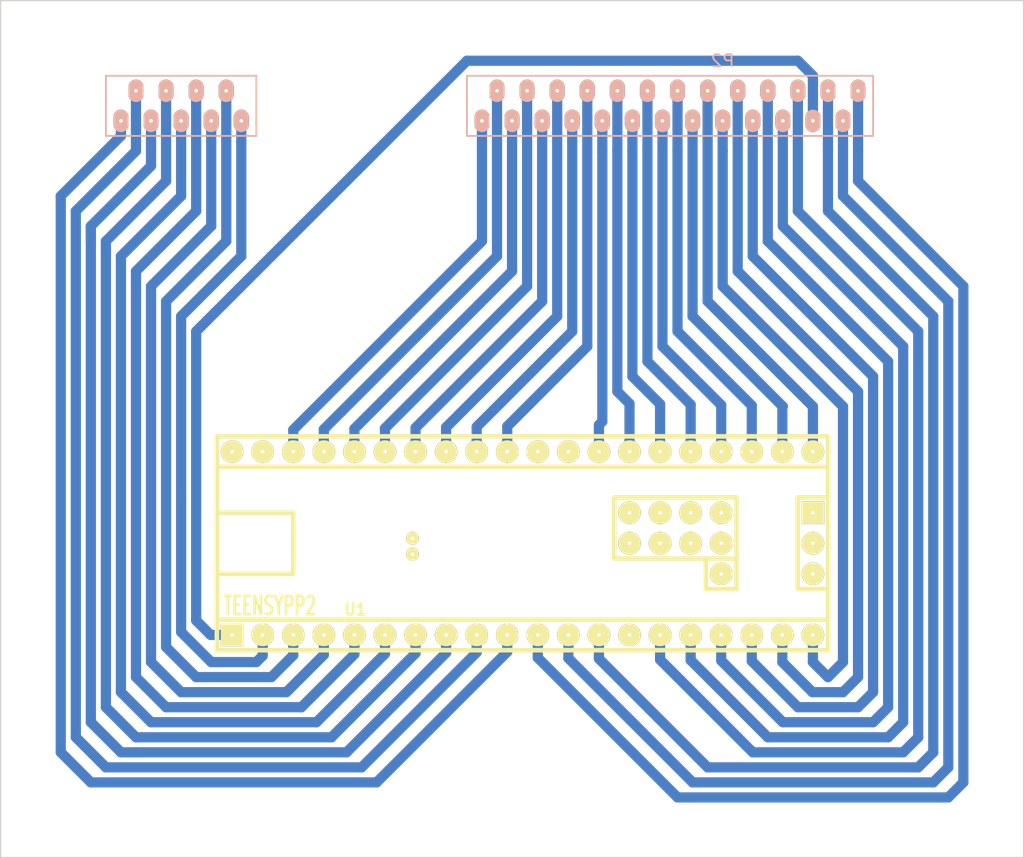
<source format=kicad_pcb>
(kicad_pcb (version 4) (host pcbnew 4.0.2-4+6225~38~ubuntu14.04.1-stable)

  (general
    (links 35)
    (no_connects 0)
    (area 99.949999 62.449999 183.800001 120.050001)
    (thickness 1.6)
    (drawings 4)
    (tracks 199)
    (zones 0)
    (modules 3)
    (nets 55)
  )

  (page A4)
  (layers
    (0 F.Cu signal)
    (31 B.Cu signal)
    (32 B.Adhes user)
    (33 F.Adhes user)
    (34 B.Paste user)
    (35 F.Paste user)
    (36 B.SilkS user)
    (37 F.SilkS user)
    (38 B.Mask user)
    (39 F.Mask user)
    (40 Dwgs.User user)
    (41 Cmts.User user)
    (42 Eco1.User user)
    (43 Eco2.User user)
    (44 Edge.Cuts user)
    (45 Margin user)
    (46 B.CrtYd user)
    (47 F.CrtYd user)
    (48 B.Fab user)
    (49 F.Fab user)
  )

  (setup
    (last_trace_width 0.85)
    (trace_clearance 0.1)
    (zone_clearance 0.508)
    (zone_45_only no)
    (trace_min 0.2)
    (segment_width 0.2)
    (edge_width 0.1)
    (via_size 0.6)
    (via_drill 0.4)
    (via_min_size 0.4)
    (via_min_drill 0.3)
    (uvia_size 0.3)
    (uvia_drill 0.1)
    (uvias_allowed no)
    (uvia_min_size 0.2)
    (uvia_min_drill 0.1)
    (pcb_text_width 0.3)
    (pcb_text_size 1.5 1.5)
    (mod_edge_width 0.15)
    (mod_text_size 1 1)
    (mod_text_width 0.15)
    (pad_size 1.5 1.5)
    (pad_drill 0.6)
    (pad_to_mask_clearance 0)
    (aux_axis_origin 101.25 60)
    (grid_origin 101.25 60)
    (visible_elements FFFFFF7F)
    (pcbplotparams
      (layerselection 0x01030_80000001)
      (usegerberextensions false)
      (excludeedgelayer true)
      (linewidth 0.100000)
      (plotframeref false)
      (viasonmask false)
      (mode 1)
      (useauxorigin true)
      (hpglpennumber 1)
      (hpglpenspeed 20)
      (hpglpendiameter 15)
      (hpglpenoverlay 2)
      (psnegative false)
      (psa4output false)
      (plotreference true)
      (plotvalue true)
      (plotinvisibletext false)
      (padsonsilk false)
      (subtractmaskfromsilk false)
      (outputformat 1)
      (mirror false)
      (drillshape 0)
      (scaleselection 1)
      (outputdirectory drill/))
  )

  (net 0 "")
  (net 1 "Net-(P1-Pad1)")
  (net 2 "Net-(P1-Pad2)")
  (net 3 "Net-(P1-Pad3)")
  (net 4 "Net-(P1-Pad4)")
  (net 5 "Net-(P1-Pad5)")
  (net 6 "Net-(P1-Pad6)")
  (net 7 "Net-(P1-Pad7)")
  (net 8 "Net-(P1-Pad8)")
  (net 9 "Net-(P1-Pad9)")
  (net 10 "Net-(P2-Pad1)")
  (net 11 "Net-(P2-Pad2)")
  (net 12 "Net-(P2-Pad3)")
  (net 13 "Net-(P2-Pad4)")
  (net 14 "Net-(P2-Pad5)")
  (net 15 "Net-(P2-Pad6)")
  (net 16 "Net-(P2-Pad7)")
  (net 17 "Net-(P2-Pad8)")
  (net 18 "Net-(P2-Pad9)")
  (net 19 "Net-(P2-Pad10)")
  (net 20 "Net-(P2-Pad11)")
  (net 21 "Net-(P2-Pad12)")
  (net 22 "Net-(P2-Pad13)")
  (net 23 "Net-(P2-Pad14)")
  (net 24 "Net-(P2-Pad15)")
  (net 25 "Net-(P2-Pad16)")
  (net 26 "Net-(P2-Pad17)")
  (net 27 "Net-(P2-Pad18)")
  (net 28 "Net-(P2-Pad19)")
  (net 29 "Net-(P2-Pad20)")
  (net 30 "Net-(P2-Pad21)")
  (net 31 "Net-(P2-Pad22)")
  (net 32 "Net-(P2-Pad23)")
  (net 33 "Net-(P2-Pad24)")
  (net 34 "Net-(P2-Pad25)")
  (net 35 "Net-(P2-Pad26)")
  (net 36 "Net-(U1-Pad52)")
  (net 37 "Net-(U1-Pad51)")
  (net 38 "Net-(U1-Pad42)")
  (net 39 "Net-(U1-Pad41)")
  (net 40 "Net-(U1-Pad23)")
  (net 41 "Net-(U1-Pad22)")
  (net 42 "Net-(U1-Pad21)")
  (net 43 "Net-(U1-Pad32)")
  (net 44 "Net-(U1-Pad29)")
  (net 45 "Net-(U1-Pad27)")
  (net 46 "Net-(U1-Pad25)")
  (net 47 "Net-(U1-Pad24)")
  (net 48 "Net-(U1-Pad26)")
  (net 49 "Net-(U1-Pad28)")
  (net 50 "Net-(U1-Pad31)")
  (net 51 "Net-(U1-Pad54)")
  (net 52 "Net-(U1-Pad53)")
  (net 53 "Net-(U1-Pad30)")
  (net 54 "Net-(U1-Pad14)")

  (net_class Default "This is the default net class."
    (clearance 0.1)
    (trace_width 0.85)
    (via_dia 0.6)
    (via_drill 0.4)
    (uvia_dia 0.3)
    (uvia_drill 0.1)
    (add_net "Net-(P1-Pad1)")
    (add_net "Net-(P1-Pad2)")
    (add_net "Net-(P1-Pad3)")
    (add_net "Net-(P1-Pad4)")
    (add_net "Net-(P1-Pad5)")
    (add_net "Net-(P1-Pad6)")
    (add_net "Net-(P1-Pad7)")
    (add_net "Net-(P1-Pad8)")
    (add_net "Net-(P1-Pad9)")
    (add_net "Net-(P2-Pad1)")
    (add_net "Net-(P2-Pad10)")
    (add_net "Net-(P2-Pad11)")
    (add_net "Net-(P2-Pad12)")
    (add_net "Net-(P2-Pad13)")
    (add_net "Net-(P2-Pad14)")
    (add_net "Net-(P2-Pad15)")
    (add_net "Net-(P2-Pad16)")
    (add_net "Net-(P2-Pad17)")
    (add_net "Net-(P2-Pad18)")
    (add_net "Net-(P2-Pad19)")
    (add_net "Net-(P2-Pad2)")
    (add_net "Net-(P2-Pad20)")
    (add_net "Net-(P2-Pad21)")
    (add_net "Net-(P2-Pad22)")
    (add_net "Net-(P2-Pad23)")
    (add_net "Net-(P2-Pad24)")
    (add_net "Net-(P2-Pad25)")
    (add_net "Net-(P2-Pad26)")
    (add_net "Net-(P2-Pad3)")
    (add_net "Net-(P2-Pad4)")
    (add_net "Net-(P2-Pad5)")
    (add_net "Net-(P2-Pad6)")
    (add_net "Net-(P2-Pad7)")
    (add_net "Net-(P2-Pad8)")
    (add_net "Net-(P2-Pad9)")
    (add_net "Net-(U1-Pad14)")
    (add_net "Net-(U1-Pad21)")
    (add_net "Net-(U1-Pad22)")
    (add_net "Net-(U1-Pad23)")
    (add_net "Net-(U1-Pad24)")
    (add_net "Net-(U1-Pad25)")
    (add_net "Net-(U1-Pad26)")
    (add_net "Net-(U1-Pad27)")
    (add_net "Net-(U1-Pad28)")
    (add_net "Net-(U1-Pad29)")
    (add_net "Net-(U1-Pad30)")
    (add_net "Net-(U1-Pad31)")
    (add_net "Net-(U1-Pad32)")
    (add_net "Net-(U1-Pad41)")
    (add_net "Net-(U1-Pad42)")
    (add_net "Net-(U1-Pad51)")
    (add_net "Net-(U1-Pad52)")
    (add_net "Net-(U1-Pad53)")
    (add_net "Net-(U1-Pad54)")
  )

  (module myfootprint:ffc_1.25mm_9p_oval (layer B.Cu) (tedit 572A5CA1) (tstamp 57233CFB)
    (at 116.25 71.25)
    (path /572339CC)
    (fp_text reference P1 (at 0 1.25) (layer Eco1.User) hide
      (effects (font (size 1 1) (thickness 0.15)))
    )
    (fp_text value CONN_01X09 (at 0 3.75) (layer B.Fab) hide
      (effects (font (size 1 1) (thickness 0.15)) (justify mirror))
    )
    (fp_line (start -6.25 0) (end -6.25 -5) (layer B.SilkS) (width 0.15))
    (fp_line (start -6.25 -5) (end 6.25 -5) (layer B.SilkS) (width 0.15))
    (fp_line (start 6.25 -5) (end 6.25 0) (layer B.SilkS) (width 0.15))
    (fp_line (start 6.25 0) (end -6.25 0) (layer B.SilkS) (width 0.15))
    (pad 1 thru_hole oval (at -5 -1.25) (size 1.25 1.87) (drill 0.3) (layers *.Cu *.Mask B.SilkS)
      (net 1 "Net-(P1-Pad1)"))
    (pad 2 thru_hole oval (at -3.75 -3.75) (size 1.25 1.87) (drill 0.3) (layers *.Cu *.Mask B.SilkS)
      (net 2 "Net-(P1-Pad2)"))
    (pad 3 thru_hole oval (at -2.5 -1.25) (size 1.25 1.87) (drill 0.3) (layers *.Cu *.Mask B.SilkS)
      (net 3 "Net-(P1-Pad3)"))
    (pad 4 thru_hole oval (at -1.25 -3.75) (size 1.25 1.87) (drill 0.3) (layers *.Cu *.Mask B.SilkS)
      (net 4 "Net-(P1-Pad4)"))
    (pad 5 thru_hole oval (at 0 -1.25) (size 1.25 1.87) (drill 0.3) (layers *.Cu *.Mask B.SilkS)
      (net 5 "Net-(P1-Pad5)"))
    (pad 6 thru_hole oval (at 1.25 -3.75) (size 1.25 1.87) (drill 0.3) (layers *.Cu *.Mask B.SilkS)
      (net 6 "Net-(P1-Pad6)"))
    (pad 7 thru_hole oval (at 2.5 -1.25) (size 1.25 1.87) (drill 0.3) (layers *.Cu *.Mask B.SilkS)
      (net 7 "Net-(P1-Pad7)"))
    (pad 8 thru_hole oval (at 3.75 -3.75) (size 1.25 1.87) (drill 0.3) (layers *.Cu *.Mask B.SilkS)
      (net 8 "Net-(P1-Pad8)"))
    (pad 9 thru_hole oval (at 5 -1.25) (size 1.25 1.87) (drill 0.3) (layers *.Cu *.Mask B.SilkS)
      (net 9 "Net-(P1-Pad9)"))
  )

  (module myfootprint:ffc_1.25m_26p_oval (layer B.Cu) (tedit 572A5D43) (tstamp 5726466A)
    (at 156.25 72.5)
    (path /5714CDB3)
    (fp_text reference P2 (at 5 -7.5) (layer B.SilkS)
      (effects (font (size 1 1) (thickness 0.15)) (justify mirror))
    )
    (fp_text value CONN_01X26 (at -2.5 -7.5) (layer B.Fab)
      (effects (font (size 1 1) (thickness 0.15)) (justify mirror))
    )
    (fp_line (start -16.25 -1.25) (end -16.25 -6.25) (layer B.SilkS) (width 0.15))
    (fp_line (start -16.25 -6.25) (end 17.5 -6.25) (layer B.SilkS) (width 0.15))
    (fp_line (start 17.5 -6.25) (end 17.5 -1.25) (layer B.SilkS) (width 0.15))
    (fp_line (start 17.5 -1.25) (end -16.25 -1.25) (layer B.SilkS) (width 0.15))
    (pad 1 thru_hole oval (at -15 -2.5) (size 1.25 1.87) (drill 0.3) (layers *.Cu *.Mask B.SilkS)
      (net 10 "Net-(P2-Pad1)"))
    (pad 2 thru_hole oval (at -13.75 -5) (size 1.25 1.87) (drill 0.3) (layers *.Cu *.Mask B.SilkS)
      (net 11 "Net-(P2-Pad2)"))
    (pad 3 thru_hole oval (at -12.5 -2.5) (size 1.25 1.87) (drill 0.3) (layers *.Cu *.Mask B.SilkS)
      (net 12 "Net-(P2-Pad3)"))
    (pad 4 thru_hole oval (at -11.25 -5) (size 1.25 1.87) (drill 0.3) (layers *.Cu *.Mask B.SilkS)
      (net 13 "Net-(P2-Pad4)"))
    (pad 5 thru_hole oval (at -10 -2.5) (size 1.25 1.87) (drill 0.3) (layers *.Cu *.Mask B.SilkS)
      (net 14 "Net-(P2-Pad5)"))
    (pad 6 thru_hole oval (at -8.75 -5) (size 1.25 1.87) (drill 0.3) (layers *.Cu *.Mask B.SilkS)
      (net 15 "Net-(P2-Pad6)"))
    (pad 7 thru_hole oval (at -7.5 -2.5) (size 1.25 1.87) (drill 0.3) (layers *.Cu *.Mask B.SilkS)
      (net 16 "Net-(P2-Pad7)"))
    (pad 8 thru_hole oval (at -6.25 -5) (size 1.25 1.87) (drill 0.3) (layers *.Cu *.Mask B.SilkS)
      (net 17 "Net-(P2-Pad8)"))
    (pad 9 thru_hole oval (at -5 -2.5) (size 1.25 1.87) (drill 0.3) (layers *.Cu *.Mask B.SilkS)
      (net 18 "Net-(P2-Pad9)"))
    (pad 10 thru_hole oval (at -3.75 -5) (size 1.25 1.87) (drill 0.3) (layers *.Cu *.Mask B.SilkS)
      (net 19 "Net-(P2-Pad10)"))
    (pad 11 thru_hole oval (at -2.5 -2.5) (size 1.25 1.87) (drill 0.3) (layers *.Cu *.Mask B.SilkS)
      (net 20 "Net-(P2-Pad11)"))
    (pad 12 thru_hole oval (at -1.25 -5) (size 1.25 1.87) (drill 0.3) (layers *.Cu *.Mask B.SilkS)
      (net 21 "Net-(P2-Pad12)"))
    (pad 13 thru_hole oval (at 0 -2.5) (size 1.25 1.87) (drill 0.3) (layers *.Cu *.Mask B.SilkS)
      (net 22 "Net-(P2-Pad13)"))
    (pad 14 thru_hole oval (at 1.25 -5) (size 1.25 1.87) (drill 0.3) (layers *.Cu *.Mask B.SilkS)
      (net 23 "Net-(P2-Pad14)"))
    (pad 15 thru_hole oval (at 2.5 -2.5) (size 1.25 1.87) (drill 0.3) (layers *.Cu *.Mask B.SilkS)
      (net 24 "Net-(P2-Pad15)"))
    (pad 16 thru_hole oval (at 3.75 -5) (size 1.25 1.87) (drill 0.3) (layers *.Cu *.Mask B.SilkS)
      (net 25 "Net-(P2-Pad16)"))
    (pad 17 thru_hole oval (at 5 -2.5) (size 1.25 1.87) (drill 0.3) (layers *.Cu *.Mask B.SilkS)
      (net 26 "Net-(P2-Pad17)"))
    (pad 18 thru_hole oval (at 6.25 -5 180) (size 1.25 1.87) (drill 0.3) (layers *.Cu *.Mask B.SilkS)
      (net 27 "Net-(P2-Pad18)"))
    (pad 19 thru_hole oval (at 7.5 -2.5) (size 1.25 1.87) (drill 0.3) (layers *.Cu *.Mask B.SilkS)
      (net 28 "Net-(P2-Pad19)"))
    (pad 20 thru_hole oval (at 8.75 -5) (size 1.25 1.87) (drill 0.3) (layers *.Cu *.Mask B.SilkS)
      (net 29 "Net-(P2-Pad20)"))
    (pad 21 thru_hole oval (at 10 -2.5) (size 1.25 1.87) (drill 0.3) (layers *.Cu *.Mask B.SilkS)
      (net 30 "Net-(P2-Pad21)"))
    (pad 22 thru_hole oval (at 11.25 -5) (size 1.25 1.87) (drill 0.3) (layers *.Cu *.Mask B.SilkS)
      (net 31 "Net-(P2-Pad22)"))
    (pad 23 thru_hole oval (at 12.5 -2.5) (size 1.25 1.87) (drill 0.3) (layers *.Cu *.Mask B.SilkS)
      (net 32 "Net-(P2-Pad23)"))
    (pad 24 thru_hole oval (at 13.75 -5) (size 1.25 1.87) (drill 0.3) (layers *.Cu *.Mask B.SilkS)
      (net 33 "Net-(P2-Pad24)"))
    (pad 25 thru_hole oval (at 15 -2.5) (size 1.25 1.87) (drill 0.3) (layers *.Cu *.Mask B.SilkS)
      (net 34 "Net-(P2-Pad25)"))
    (pad 26 thru_hole oval (at 16.25 -5) (size 1.25 1.87) (drill 0.3) (layers *.Cu *.Mask B.SilkS)
      (net 35 "Net-(P2-Pad26)"))
  )

  (module myfootprint:TEENSYPP2_mod (layer F.Cu) (tedit 572A5EF9) (tstamp 57233D66)
    (at 144.62 105.12)
    (path /5714CC46)
    (fp_text reference U1 (at -13.89888 5.4991) (layer F.SilkS)
      (effects (font (size 0.9144 0.9144) (thickness 0.2286)))
    )
    (fp_text value TEENSYPP2 (at -21.00072 5.19938) (layer F.SilkS)
      (effects (font (size 1.524 0.9144) (thickness 0.2286)))
    )
    (fp_line (start 15.24 1.27) (end 17.78 1.27) (layer F.SilkS) (width 0.381))
    (fp_line (start 17.78 -3.81) (end 17.78 3.81) (layer F.SilkS) (width 0.381))
    (fp_line (start 17.78 3.81) (end 15.24 3.81) (layer F.SilkS) (width 0.381))
    (fp_line (start 15.24 3.81) (end 15.24 1.27) (layer F.SilkS) (width 0.381))
    (fp_line (start 15.24 1.27) (end 7.62 1.27) (layer F.SilkS) (width 0.381))
    (fp_line (start 7.62 1.27) (end 7.62 -3.81) (layer F.SilkS) (width 0.381))
    (fp_line (start 7.62 -3.81) (end 17.78 -3.81) (layer F.SilkS) (width 0.381))
    (fp_line (start 25.4 -3.81) (end 22.86 -3.81) (layer F.SilkS) (width 0.381))
    (fp_line (start 22.86 -3.81) (end 22.86 3.81) (layer F.SilkS) (width 0.381))
    (fp_line (start 22.86 3.81) (end 25.4 3.81) (layer F.SilkS) (width 0.381))
    (fp_line (start -25.4 -2.54) (end -19.05 -2.54) (layer F.SilkS) (width 0.381))
    (fp_line (start -19.05 -2.54) (end -19.05 2.54) (layer F.SilkS) (width 0.381))
    (fp_line (start -19.05 2.54) (end -25.4 2.54) (layer F.SilkS) (width 0.381))
    (fp_line (start 25.4 6.35) (end -25.4 6.35) (layer F.SilkS) (width 0.381))
    (fp_line (start -25.4 -6.35) (end 25.4 -6.35) (layer F.SilkS) (width 0.381))
    (fp_line (start -25.4 -8.89) (end 25.4 -8.89) (layer F.SilkS) (width 0.381))
    (fp_line (start 25.4 -8.89) (end 25.4 8.89) (layer F.SilkS) (width 0.381))
    (fp_line (start 25.4 8.89) (end -25.4 8.89) (layer F.SilkS) (width 0.381))
    (fp_line (start -25.4 8.89) (end -25.4 -8.89) (layer F.SilkS) (width 0.381))
    (pad 52 thru_hole circle (at -24.13 -7.62) (size 1.8796 1.8796) (drill 0.3) (layers *.Cu *.Mask F.SilkS)
      (net 36 "Net-(U1-Pad52)"))
    (pad 51 thru_hole circle (at -21.59 -7.62) (size 1.8796 1.8796) (drill 0.3) (layers *.Cu *.Mask F.SilkS)
      (net 37 "Net-(U1-Pad51)"))
    (pad 50 thru_hole circle (at -19.05 -7.62) (size 1.8796 1.8796) (drill 0.3) (layers *.Cu *.Mask F.SilkS)
      (net 10 "Net-(P2-Pad1)"))
    (pad 49 thru_hole circle (at -16.51 -7.62) (size 1.8796 1.8796) (drill 0.3) (layers *.Cu *.Mask F.SilkS)
      (net 11 "Net-(P2-Pad2)"))
    (pad 48 thru_hole circle (at -13.97 -7.62) (size 1.8796 1.8796) (drill 0.3) (layers *.Cu *.Mask F.SilkS)
      (net 12 "Net-(P2-Pad3)"))
    (pad 47 thru_hole circle (at -11.43 -7.62) (size 1.8796 1.8796) (drill 0.3) (layers *.Cu *.Mask F.SilkS)
      (net 13 "Net-(P2-Pad4)"))
    (pad 46 thru_hole circle (at -8.89 -7.62) (size 1.8796 1.8796) (drill 0.3) (layers *.Cu *.Mask F.SilkS)
      (net 14 "Net-(P2-Pad5)"))
    (pad 45 thru_hole circle (at -6.35 -7.62) (size 1.8796 1.8796) (drill 0.3) (layers *.Cu *.Mask F.SilkS)
      (net 15 "Net-(P2-Pad6)"))
    (pad 44 thru_hole circle (at -3.81 -7.62) (size 1.8796 1.8796) (drill 0.3) (layers *.Cu *.Mask F.SilkS)
      (net 16 "Net-(P2-Pad7)"))
    (pad 43 thru_hole circle (at -1.27 -7.62) (size 1.8796 1.8796) (drill 0.3) (layers *.Cu *.Mask F.SilkS)
      (net 17 "Net-(P2-Pad8)"))
    (pad 42 thru_hole circle (at 1.27 -7.62) (size 1.8796 1.8796) (drill 0.3) (layers *.Cu *.Mask F.SilkS)
      (net 38 "Net-(U1-Pad42)"))
    (pad 41 thru_hole circle (at 3.81 -7.62) (size 1.8796 1.8796) (drill 0.3) (layers *.Cu *.Mask F.SilkS)
      (net 39 "Net-(U1-Pad41)"))
    (pad 40 thru_hole circle (at 6.35 -7.62) (size 1.8796 1.8796) (drill 0.3) (layers *.Cu *.Mask F.SilkS)
      (net 18 "Net-(P2-Pad9)"))
    (pad 39 thru_hole circle (at 8.89 -7.62) (size 1.8796 1.8796) (drill 0.3) (layers *.Cu *.Mask F.SilkS)
      (net 19 "Net-(P2-Pad10)"))
    (pad 38 thru_hole circle (at 11.43 -7.62) (size 1.8796 1.8796) (drill 0.3) (layers *.Cu *.Mask F.SilkS)
      (net 20 "Net-(P2-Pad11)"))
    (pad 37 thru_hole circle (at 13.97 -7.62) (size 1.8796 1.8796) (drill 0.3) (layers *.Cu *.Mask F.SilkS)
      (net 21 "Net-(P2-Pad12)"))
    (pad 36 thru_hole circle (at 16.51 -7.62) (size 1.8796 1.8796) (drill 0.3) (layers *.Cu *.Mask F.SilkS)
      (net 22 "Net-(P2-Pad13)"))
    (pad 35 thru_hole circle (at 19.05 -7.62) (size 1.8796 1.8796) (drill 0.3) (layers *.Cu *.Mask F.SilkS)
      (net 23 "Net-(P2-Pad14)"))
    (pad 34 thru_hole circle (at 21.59 -7.62) (size 1.8796 1.8796) (drill 0.3) (layers *.Cu *.Mask F.SilkS)
      (net 24 "Net-(P2-Pad15)"))
    (pad 33 thru_hole circle (at 24.13 -7.62) (size 1.8796 1.8796) (drill 0.3) (layers *.Cu *.Mask F.SilkS)
      (net 25 "Net-(P2-Pad16)"))
    (pad 20 thru_hole circle (at 24.13 7.62) (size 1.8796 1.8796) (drill 0.3) (layers *.Cu *.Mask F.SilkS)
      (net 26 "Net-(P2-Pad17)"))
    (pad 19 thru_hole circle (at 21.59 7.62) (size 1.8796 1.8796) (drill 0.3) (layers *.Cu *.Mask F.SilkS)
      (net 27 "Net-(P2-Pad18)"))
    (pad 18 thru_hole circle (at 19.05 7.62) (size 1.8796 1.8796) (drill 0.3) (layers *.Cu *.Mask F.SilkS)
      (net 28 "Net-(P2-Pad19)"))
    (pad 17 thru_hole circle (at 16.51 7.62) (size 1.8796 1.8796) (drill 0.3) (layers *.Cu *.Mask F.SilkS)
      (net 29 "Net-(P2-Pad20)"))
    (pad 16 thru_hole circle (at 13.97 7.62) (size 1.8796 1.8796) (drill 0.3) (layers *.Cu *.Mask F.SilkS)
      (net 30 "Net-(P2-Pad21)"))
    (pad 15 thru_hole circle (at 11.43 7.62) (size 1.8796 1.8796) (drill 0.3) (layers *.Cu *.Mask F.SilkS)
      (net 31 "Net-(P2-Pad22)"))
    (pad 14 thru_hole circle (at 8.89 7.62) (size 1.8796 1.8796) (drill 0.3) (layers *.Cu *.Mask F.SilkS)
      (net 54 "Net-(U1-Pad14)"))
    (pad 13 thru_hole circle (at 6.35 7.62) (size 1.8796 1.8796) (drill 0.3) (layers *.Cu *.Mask F.SilkS)
      (net 33 "Net-(P2-Pad24)"))
    (pad 12 thru_hole circle (at 3.81 7.62) (size 1.8796 1.8796) (drill 0.3) (layers *.Cu *.Mask F.SilkS)
      (net 34 "Net-(P2-Pad25)"))
    (pad 11 thru_hole circle (at 1.27 7.62) (size 1.8796 1.8796) (drill 0.3) (layers *.Cu *.Mask F.SilkS)
      (net 35 "Net-(P2-Pad26)"))
    (pad 10 thru_hole circle (at -1.27 7.62) (size 1.8796 1.8796) (drill 0.3) (layers *.Cu *.Mask F.SilkS)
      (net 1 "Net-(P1-Pad1)"))
    (pad 9 thru_hole circle (at -3.81 7.62) (size 1.8796 1.8796) (drill 0.3) (layers *.Cu *.Mask F.SilkS)
      (net 2 "Net-(P1-Pad2)"))
    (pad 8 thru_hole circle (at -6.35 7.62) (size 1.8796 1.8796) (drill 0.3) (layers *.Cu *.Mask F.SilkS)
      (net 3 "Net-(P1-Pad3)"))
    (pad 7 thru_hole circle (at -8.89 7.62) (size 1.8796 1.8796) (drill 0.3) (layers *.Cu *.Mask F.SilkS)
      (net 4 "Net-(P1-Pad4)"))
    (pad 6 thru_hole circle (at -11.43 7.62) (size 1.8796 1.8796) (drill 0.3) (layers *.Cu *.Mask F.SilkS)
      (net 5 "Net-(P1-Pad5)"))
    (pad 5 thru_hole circle (at -13.97 7.62) (size 1.8796 1.8796) (drill 0.3) (layers *.Cu *.Mask F.SilkS)
      (net 6 "Net-(P1-Pad6)"))
    (pad 4 thru_hole circle (at -16.51 7.62) (size 1.8796 1.8796) (drill 0.3) (layers *.Cu *.Mask F.SilkS)
      (net 7 "Net-(P1-Pad7)"))
    (pad 3 thru_hole circle (at -19.05 7.62) (size 1.8796 1.8796) (drill 0.3) (layers *.Cu *.Mask F.SilkS)
      (net 8 "Net-(P1-Pad8)"))
    (pad 2 thru_hole circle (at -21.59 7.62) (size 1.8796 1.8796) (drill 0.3) (layers *.Cu *.Mask F.SilkS)
      (net 9 "Net-(P1-Pad9)"))
    (pad 1 thru_hole rect (at -24.13 7.62) (size 1.8796 1.8796) (drill 0.3) (layers *.Cu *.Mask F.SilkS)
      (net 32 "Net-(P2-Pad23)"))
    (pad 23 thru_hole rect (at 24.13 -2.54) (size 1.8796 1.8796) (drill 0.3) (layers *.Cu *.Mask F.SilkS)
      (net 40 "Net-(U1-Pad23)"))
    (pad 22 thru_hole circle (at 24.13 0) (size 1.8796 1.8796) (drill 0.3) (layers *.Cu *.Mask F.SilkS)
      (net 41 "Net-(U1-Pad22)"))
    (pad 21 thru_hole circle (at 24.13 2.54) (size 1.8796 1.8796) (drill 0.3) (layers *.Cu *.Mask F.SilkS)
      (net 42 "Net-(U1-Pad21)"))
    (pad 32 thru_hole circle (at 16.51 -2.54) (size 1.8796 1.8796) (drill 0.3) (layers *.Cu *.Mask F.SilkS)
      (net 43 "Net-(U1-Pad32)"))
    (pad 29 thru_hole circle (at 13.97 -2.54) (size 1.8796 1.8796) (drill 0.3) (layers *.Cu *.Mask F.SilkS)
      (net 44 "Net-(U1-Pad29)"))
    (pad 27 thru_hole circle (at 11.43 -2.54) (size 1.8796 1.8796) (drill 0.3) (layers *.Cu *.Mask F.SilkS)
      (net 45 "Net-(U1-Pad27)"))
    (pad 25 thru_hole circle (at 8.89 -2.54) (size 1.8796 1.8796) (drill 0.3) (layers *.Cu *.Mask F.SilkS)
      (net 46 "Net-(U1-Pad25)"))
    (pad 24 thru_hole circle (at 8.89 0) (size 1.8796 1.8796) (drill 0.3) (layers *.Cu *.Mask F.SilkS)
      (net 47 "Net-(U1-Pad24)"))
    (pad 26 thru_hole circle (at 11.43 0) (size 1.8796 1.8796) (drill 0.3) (layers *.Cu *.Mask F.SilkS)
      (net 48 "Net-(U1-Pad26)"))
    (pad 28 thru_hole circle (at 13.97 0) (size 1.8796 1.8796) (drill 0.3) (layers *.Cu *.Mask F.SilkS)
      (net 49 "Net-(U1-Pad28)"))
    (pad 31 thru_hole circle (at 16.51 0) (size 1.8796 1.8796) (drill 0.3) (layers *.Cu *.Mask F.SilkS)
      (net 50 "Net-(U1-Pad31)"))
    (pad 54 thru_hole circle (at -9.144 0.9144) (size 1.0668 1.0668) (drill 0.3) (layers *.Cu *.Mask F.SilkS)
      (net 51 "Net-(U1-Pad54)"))
    (pad 53 thru_hole circle (at -9.144 -0.4064) (size 1.0668 1.0668) (drill 0.3) (layers *.Cu *.Mask F.SilkS)
      (net 52 "Net-(U1-Pad53)"))
    (pad 30 thru_hole circle (at 16.51 2.54) (size 1.8796 1.8796) (drill 0.3) (layers *.Cu *.Mask F.SilkS)
      (net 53 "Net-(U1-Pad30)"))
  )

  (gr_line (start 186.25 131.25) (end 101.25 131.25) (layer Edge.Cuts) (width 0.1) (tstamp 57265DFE))
  (gr_line (start 186.25 60) (end 101.25 60) (layer Edge.Cuts) (width 0.1))
  (gr_line (start 186.25 131.25) (end 186.25 60) (layer Edge.Cuts) (width 0.1))
  (gr_line (start 101.25 60) (end 101.25 131.25) (layer Edge.Cuts) (width 0.1))

  (segment (start 143.35 112.74) (end 143.35 114.15) (width 0.85) (layer B.Cu) (net 1))
  (segment (start 106.25 122.5) (end 106.25 76.25) (width 0.85) (layer B.Cu) (net 1))
  (segment (start 143.35 114.15) (end 132.5 125) (width 0.85) (layer B.Cu) (net 1))
  (segment (start 132.5 125) (end 108.75 125) (width 0.85) (layer B.Cu) (net 1))
  (segment (start 108.75 125) (end 106.25 122.5) (width 0.85) (layer B.Cu) (net 1))
  (segment (start 106.25 76.25) (end 111.25 71.25) (width 0.85) (layer B.Cu) (net 1))
  (segment (start 111.25 71.25) (end 111.25 70) (width 0.85) (layer B.Cu) (net 1))
  (segment (start 112.5 67.5) (end 112.5 72.5) (width 0.85) (layer B.Cu) (net 2))
  (segment (start 112.5 72.5) (end 107.5 77.5) (width 0.85) (layer B.Cu) (net 2))
  (segment (start 107.5 77.5) (end 107.5 121.25) (width 0.85) (layer B.Cu) (net 2))
  (segment (start 107.5 121.25) (end 110 123.75) (width 0.85) (layer B.Cu) (net 2))
  (segment (start 110 123.75) (end 131.25 123.75) (width 0.85) (layer B.Cu) (net 2))
  (segment (start 131.25 123.75) (end 140.81 114.19) (width 0.85) (layer B.Cu) (net 2))
  (segment (start 140.81 114.19) (end 140.81 112.74) (width 0.85) (layer B.Cu) (net 2))
  (segment (start 108.75 78.75) (end 108.75 80.093516) (width 0.85) (layer B.Cu) (net 3))
  (segment (start 108.75 120) (end 108.75 78.75) (width 0.85) (layer B.Cu) (net 3))
  (segment (start 111.25 122.5) (end 108.75 120) (width 0.85) (layer B.Cu) (net 3))
  (segment (start 112.5 122.5) (end 111.25 122.5) (width 0.85) (layer B.Cu) (net 3))
  (segment (start 130 122.5) (end 112.5 122.5) (width 0.85) (layer B.Cu) (net 3))
  (segment (start 137.5 115) (end 130 122.5) (width 0.85) (layer B.Cu) (net 3))
  (segment (start 113.75 73.75) (end 108.75 78.75) (width 0.85) (layer B.Cu) (net 3))
  (segment (start 113.75 71.785) (end 113.75 73.75) (width 0.85) (layer B.Cu) (net 3))
  (segment (start 113.75 70) (end 113.75 71.785) (width 0.85) (layer B.Cu) (net 3))
  (segment (start 138.27 114.23) (end 137.5 115) (width 0.85) (layer B.Cu) (net 3))
  (segment (start 138.27 112.74) (end 138.27 114.23) (width 0.85) (layer B.Cu) (net 3))
  (segment (start 115 67.5) (end 115 75) (width 0.85) (layer B.Cu) (net 4))
  (segment (start 115 75) (end 110 80) (width 0.85) (layer B.Cu) (net 4))
  (segment (start 128.75 121.25) (end 135.73 114.27) (width 0.85) (layer B.Cu) (net 4))
  (segment (start 110 80) (end 110 118.75) (width 0.85) (layer B.Cu) (net 4))
  (segment (start 110 118.75) (end 112.5 121.25) (width 0.85) (layer B.Cu) (net 4))
  (segment (start 112.5 121.25) (end 128.75 121.25) (width 0.85) (layer B.Cu) (net 4))
  (segment (start 135.73 114.27) (end 135.73 112.74) (width 0.85) (layer B.Cu) (net 4))
  (segment (start 111.25 117.5) (end 111.25 81.25) (width 0.85) (layer B.Cu) (net 5))
  (segment (start 113.75 120) (end 111.25 117.5) (width 0.85) (layer B.Cu) (net 5))
  (segment (start 127.5 120) (end 113.75 120) (width 0.85) (layer B.Cu) (net 5))
  (segment (start 132.5 115) (end 127.5 120) (width 0.85) (layer B.Cu) (net 5))
  (segment (start 116.25 76.25) (end 111.25 81.25) (width 0.85) (layer B.Cu) (net 5))
  (segment (start 116.25 70) (end 116.25 76.25) (width 0.85) (layer B.Cu) (net 5))
  (segment (start 133.19 114.31) (end 132.5 115) (width 0.85) (layer B.Cu) (net 5))
  (segment (start 133.19 112.74) (end 133.19 114.31) (width 0.85) (layer B.Cu) (net 5))
  (segment (start 117.5 67.5) (end 117.5 77.5) (width 0.85) (layer B.Cu) (net 6))
  (segment (start 117.5 77.5) (end 112.5 82.5) (width 0.85) (layer B.Cu) (net 6))
  (segment (start 112.5 82.5) (end 112.5 116.25) (width 0.85) (layer B.Cu) (net 6))
  (segment (start 112.5 116.25) (end 115 118.75) (width 0.85) (layer B.Cu) (net 6))
  (segment (start 115 118.75) (end 126.25 118.75) (width 0.85) (layer B.Cu) (net 6))
  (segment (start 130.65 114.35) (end 130.65 112.74) (width 0.85) (layer B.Cu) (net 6))
  (segment (start 126.25 118.75) (end 130.65 114.35) (width 0.85) (layer B.Cu) (net 6))
  (segment (start 128.11 112.74) (end 128.11 114.39) (width 0.85) (layer B.Cu) (net 7))
  (segment (start 128.11 114.39) (end 125 117.5) (width 0.85) (layer B.Cu) (net 7))
  (segment (start 125 117.5) (end 116.25 117.5) (width 0.85) (layer B.Cu) (net 7))
  (segment (start 116.25 117.5) (end 113.75 115) (width 0.85) (layer B.Cu) (net 7))
  (segment (start 113.75 115) (end 113.75 83.75) (width 0.85) (layer B.Cu) (net 7))
  (segment (start 113.75 83.75) (end 118.75 78.75) (width 0.85) (layer B.Cu) (net 7))
  (segment (start 118.75 78.75) (end 118.75 71.785) (width 0.85) (layer B.Cu) (net 7))
  (segment (start 118.75 71.785) (end 118.75 70) (width 0.85) (layer B.Cu) (net 7))
  (segment (start 120 67.5) (end 120 80) (width 0.85) (layer B.Cu) (net 8))
  (segment (start 120 80) (end 115 85) (width 0.85) (layer B.Cu) (net 8))
  (segment (start 125.57 114.43) (end 125.57 112.74) (width 0.85) (layer B.Cu) (net 8))
  (segment (start 115 85) (end 115 113.75) (width 0.85) (layer B.Cu) (net 8))
  (segment (start 115 113.75) (end 117.5 116.25) (width 0.85) (layer B.Cu) (net 8))
  (segment (start 117.5 116.25) (end 123.75 116.25) (width 0.85) (layer B.Cu) (net 8))
  (segment (start 123.75 116.25) (end 125.57 114.43) (width 0.85) (layer B.Cu) (net 8))
  (segment (start 116.25 101.25) (end 116.25 86.25) (width 0.85) (layer B.Cu) (net 9))
  (segment (start 116.25 112.5) (end 116.25 101.25) (width 0.85) (layer B.Cu) (net 9))
  (segment (start 118.75 115) (end 116.25 112.5) (width 0.85) (layer B.Cu) (net 9))
  (segment (start 122.5 115) (end 118.75 115) (width 0.85) (layer B.Cu) (net 9))
  (segment (start 121.25 81.25) (end 116.25 86.25) (width 0.85) (layer B.Cu) (net 9))
  (segment (start 121.25 71.785) (end 121.25 81.25) (width 0.85) (layer B.Cu) (net 9))
  (segment (start 121.25 70) (end 121.25 71.785) (width 0.85) (layer B.Cu) (net 9))
  (segment (start 123.03 114.47) (end 122.5 115) (width 0.85) (layer B.Cu) (net 9))
  (segment (start 123.03 112.74) (end 123.03 114.47) (width 0.85) (layer B.Cu) (net 9))
  (segment (start 141.25 70) (end 141.25 80) (width 0.85) (layer B.Cu) (net 10))
  (segment (start 141.25 80) (end 125.57 95.68) (width 0.85) (layer B.Cu) (net 10))
  (segment (start 125.57 95.68) (end 125.57 97.5) (width 0.85) (layer B.Cu) (net 10))
  (segment (start 142.5 67.5) (end 142.5 81.25) (width 0.85) (layer B.Cu) (net 11))
  (segment (start 142.5 81.25) (end 128.11 95.64) (width 0.85) (layer B.Cu) (net 11))
  (segment (start 128.11 95.64) (end 128.11 97.5) (width 0.85) (layer B.Cu) (net 11))
  (segment (start 143.75 70) (end 143.75 82.5) (width 0.85) (layer B.Cu) (net 12))
  (segment (start 143.75 82.5) (end 130.65 95.6) (width 0.85) (layer B.Cu) (net 12))
  (segment (start 130.65 95.6) (end 130.65 97.5) (width 0.85) (layer B.Cu) (net 12))
  (segment (start 145 67.5) (end 145 83.75) (width 0.85) (layer B.Cu) (net 13))
  (segment (start 145 83.75) (end 133.19 95.56) (width 0.85) (layer B.Cu) (net 13))
  (segment (start 133.19 95.56) (end 133.19 97.5) (width 0.85) (layer B.Cu) (net 13))
  (segment (start 146.25 70) (end 146.25 85) (width 0.85) (layer B.Cu) (net 14))
  (segment (start 146.25 85) (end 135.73 95.52) (width 0.85) (layer B.Cu) (net 14))
  (segment (start 135.73 95.52) (end 135.73 97.5) (width 0.85) (layer B.Cu) (net 14))
  (segment (start 147.5 67.5) (end 147.5 86.25) (width 0.85) (layer B.Cu) (net 15))
  (segment (start 138.27 95.48) (end 138.27 97.5) (width 0.85) (layer B.Cu) (net 15))
  (segment (start 147.5 86.25) (end 138.27 95.48) (width 0.85) (layer B.Cu) (net 15))
  (segment (start 148.75 70) (end 148.75 87.5) (width 0.85) (layer B.Cu) (net 16))
  (segment (start 148.75 87.5) (end 140.81 95.44) (width 0.85) (layer B.Cu) (net 16))
  (segment (start 140.81 95.44) (end 140.81 97.5) (width 0.85) (layer B.Cu) (net 16))
  (segment (start 150 67.5) (end 150 88.75) (width 0.85) (layer B.Cu) (net 17))
  (segment (start 150 88.75) (end 143.35 95.4) (width 0.85) (layer B.Cu) (net 17))
  (segment (start 143.35 95.4) (end 143.35 97.5) (width 0.85) (layer B.Cu) (net 17))
  (segment (start 150.97 97.5) (end 150.97 95.28) (width 0.85) (layer B.Cu) (net 18))
  (segment (start 150.97 95.28) (end 151.25 95) (width 0.85) (layer B.Cu) (net 18))
  (segment (start 151.25 95) (end 151.25 72.593517) (width 0.85) (layer B.Cu) (net 18))
  (segment (start 151.25 72.593517) (end 151.25 70) (width 0.85) (layer B.Cu) (net 18))
  (segment (start 153.51 97.5) (end 153.51 93.51) (width 0.85) (layer B.Cu) (net 19))
  (segment (start 152.5 92.5) (end 152.5 72.5) (width 0.85) (layer B.Cu) (net 19))
  (segment (start 153.51 93.51) (end 152.5 92.5) (width 0.85) (layer B.Cu) (net 19))
  (segment (start 152.5 72.5) (end 152.5 67.5) (width 0.85) (layer B.Cu) (net 19))
  (segment (start 156.05 97.5) (end 156.05 93.55) (width 0.85) (layer B.Cu) (net 20))
  (segment (start 156.05 93.55) (end 153.75 91.25) (width 0.85) (layer B.Cu) (net 20))
  (segment (start 153.75 91.25) (end 153.75 72.5) (width 0.85) (layer B.Cu) (net 20))
  (segment (start 153.75 72.5) (end 153.75 70) (width 0.85) (layer B.Cu) (net 20))
  (segment (start 158.59 97.5) (end 158.59 93.59) (width 0.85) (layer B.Cu) (net 21))
  (segment (start 158.59 93.59) (end 155 90) (width 0.85) (layer B.Cu) (net 21))
  (segment (start 155 90) (end 155 72.5) (width 0.85) (layer B.Cu) (net 21))
  (segment (start 155 72.5) (end 155 67.5) (width 0.85) (layer B.Cu) (net 21))
  (segment (start 161.13 97.5) (end 161.13 93.63) (width 0.85) (layer B.Cu) (net 22))
  (segment (start 161.13 93.63) (end 156.25 88.75) (width 0.85) (layer B.Cu) (net 22))
  (segment (start 156.25 88.75) (end 156.25 72.5) (width 0.85) (layer B.Cu) (net 22))
  (segment (start 156.25 72.5) (end 156.25 70) (width 0.85) (layer B.Cu) (net 22))
  (segment (start 163.67 97.5) (end 163.67 93.67) (width 0.85) (layer B.Cu) (net 23))
  (segment (start 163.67 93.67) (end 157.5 87.5) (width 0.85) (layer B.Cu) (net 23))
  (segment (start 157.5 87.5) (end 157.5 72.5) (width 0.85) (layer B.Cu) (net 23))
  (segment (start 157.5 72.5) (end 157.5 67.5) (width 0.85) (layer B.Cu) (net 23))
  (segment (start 158.75 70) (end 158.75 86.25) (width 0.85) (layer B.Cu) (net 24))
  (segment (start 158.75 86.25) (end 166.25 93.75) (width 0.85) (layer B.Cu) (net 24))
  (segment (start 166.21 93.79) (end 166.21 97.5) (width 0.85) (layer B.Cu) (net 24))
  (segment (start 166.25 93.75) (end 166.21 93.79) (width 0.85) (layer B.Cu) (net 24))
  (segment (start 160 67.5) (end 160 85) (width 0.85) (layer B.Cu) (net 25))
  (segment (start 160 85) (end 168.75 93.75) (width 0.85) (layer B.Cu) (net 25))
  (segment (start 168.75 93.75) (end 168.75 97.5) (width 0.85) (layer B.Cu) (net 25))
  (segment (start 168.75 112.74) (end 168.75 115) (width 0.85) (layer B.Cu) (net 26))
  (segment (start 168.75 115) (end 170 116.25) (width 0.85) (layer B.Cu) (net 26))
  (segment (start 170 116.25) (end 171.25 115) (width 0.85) (layer B.Cu) (net 26))
  (segment (start 171.25 115) (end 171.25 93.75) (width 0.85) (layer B.Cu) (net 26))
  (segment (start 161.25 83.75) (end 161.25 72.5) (width 0.85) (layer B.Cu) (net 26))
  (segment (start 171.25 93.75) (end 161.25 83.75) (width 0.85) (layer B.Cu) (net 26))
  (segment (start 161.25 72.5) (end 161.25 70) (width 0.85) (layer B.Cu) (net 26))
  (segment (start 162.5 67.5) (end 162.5 82.5) (width 0.85) (layer B.Cu) (net 27))
  (segment (start 162.5 82.5) (end 172.5 92.5) (width 0.85) (layer B.Cu) (net 27))
  (segment (start 172.5 92.5) (end 172.5 116.25) (width 0.85) (layer B.Cu) (net 27))
  (segment (start 171.25 117.5) (end 168.71 117.5) (width 0.85) (layer B.Cu) (net 27))
  (segment (start 172.5 116.25) (end 171.25 117.5) (width 0.85) (layer B.Cu) (net 27))
  (segment (start 168.71 117.5) (end 166.21 115) (width 0.85) (layer B.Cu) (net 27))
  (segment (start 166.21 115) (end 166.21 112.74) (width 0.85) (layer B.Cu) (net 27))
  (segment (start 163.67 112.74) (end 163.67 114.92) (width 0.85) (layer B.Cu) (net 28))
  (segment (start 173.75 91.25) (end 163.75 81.25) (width 0.85) (layer B.Cu) (net 28))
  (segment (start 163.67 114.92) (end 167.5 118.75) (width 0.85) (layer B.Cu) (net 28))
  (segment (start 167.5 118.75) (end 172.5 118.75) (width 0.85) (layer B.Cu) (net 28))
  (segment (start 172.5 118.75) (end 173.75 117.5) (width 0.85) (layer B.Cu) (net 28))
  (segment (start 173.75 117.5) (end 173.75 91.25) (width 0.85) (layer B.Cu) (net 28))
  (segment (start 163.75 81.25) (end 163.75 72.5) (width 0.85) (layer B.Cu) (net 28))
  (segment (start 163.75 72.5) (end 163.75 70) (width 0.85) (layer B.Cu) (net 28))
  (segment (start 165 67.5) (end 165 80) (width 0.85) (layer B.Cu) (net 29))
  (segment (start 166.25 120) (end 161.13 114.88) (width 0.85) (layer B.Cu) (net 29))
  (segment (start 165 80) (end 175 90) (width 0.85) (layer B.Cu) (net 29))
  (segment (start 175 90) (end 175 118.75) (width 0.85) (layer B.Cu) (net 29))
  (segment (start 175 118.75) (end 173.75 120) (width 0.85) (layer B.Cu) (net 29))
  (segment (start 173.75 120) (end 166.25 120) (width 0.85) (layer B.Cu) (net 29))
  (segment (start 161.13 114.88) (end 161.13 112.74) (width 0.85) (layer B.Cu) (net 29))
  (segment (start 166.25 70) (end 166.25 78.75) (width 0.85) (layer B.Cu) (net 30))
  (segment (start 166.25 78.75) (end 176.25 88.75) (width 0.85) (layer B.Cu) (net 30))
  (segment (start 176.25 88.75) (end 176.25 120) (width 0.85) (layer B.Cu) (net 30))
  (segment (start 158.59 114.84) (end 158.59 112.74) (width 0.85) (layer B.Cu) (net 30))
  (segment (start 176.25 120) (end 175 121.25) (width 0.85) (layer B.Cu) (net 30))
  (segment (start 175 121.25) (end 165 121.25) (width 0.85) (layer B.Cu) (net 30))
  (segment (start 165 121.25) (end 158.59 114.84) (width 0.85) (layer B.Cu) (net 30))
  (segment (start 167.5 67.5) (end 167.5 77.5) (width 0.85) (layer B.Cu) (net 31))
  (segment (start 177.5 121.25) (end 176.25 122.5) (width 0.85) (layer B.Cu) (net 31))
  (segment (start 167.5 77.5) (end 177.5 87.5) (width 0.85) (layer B.Cu) (net 31))
  (segment (start 177.5 87.5) (end 177.5 121.25) (width 0.85) (layer B.Cu) (net 31))
  (segment (start 156.05 114.8) (end 156.05 112.74) (width 0.85) (layer B.Cu) (net 31))
  (segment (start 176.25 122.5) (end 163.75 122.5) (width 0.85) (layer B.Cu) (net 31))
  (segment (start 163.75 122.5) (end 156.05 114.8) (width 0.85) (layer B.Cu) (net 31))
  (segment (start 168.75 70) (end 168.75 66.25) (width 0.85) (layer B.Cu) (net 32))
  (segment (start 168.75 66.25) (end 167.5 65) (width 0.85) (layer B.Cu) (net 32))
  (segment (start 167.5 65) (end 140 65) (width 0.85) (layer B.Cu) (net 32))
  (segment (start 140 65) (end 117.5 87.5) (width 0.85) (layer B.Cu) (net 32))
  (segment (start 117.5 87.5) (end 117.5 111.5398) (width 0.85) (layer B.Cu) (net 32))
  (segment (start 117.5 111.5398) (end 118.7002 112.74) (width 0.85) (layer B.Cu) (net 32))
  (segment (start 118.7002 112.74) (end 120.49 112.74) (width 0.85) (layer B.Cu) (net 32))
  (segment (start 150.97 112.74) (end 150.97 114.72) (width 0.85) (layer B.Cu) (net 33))
  (segment (start 150.97 114.72) (end 160 123.75) (width 0.85) (layer B.Cu) (net 33))
  (segment (start 178.75 122.5) (end 178.75 86.25) (width 0.85) (layer B.Cu) (net 33))
  (segment (start 160 123.75) (end 177.5 123.75) (width 0.85) (layer B.Cu) (net 33))
  (segment (start 177.5 123.75) (end 178.75 122.5) (width 0.85) (layer B.Cu) (net 33))
  (segment (start 178.75 86.25) (end 170 77.5) (width 0.85) (layer B.Cu) (net 33))
  (segment (start 170 77.5) (end 170 72.5) (width 0.85) (layer B.Cu) (net 33))
  (segment (start 170 72.5) (end 170 67.5) (width 0.85) (layer B.Cu) (net 33))
  (segment (start 171.25 70) (end 171.25 76.25) (width 0.85) (layer B.Cu) (net 34))
  (segment (start 171.25 76.25) (end 180 85) (width 0.85) (layer B.Cu) (net 34))
  (segment (start 180 85) (end 180 123.75) (width 0.85) (layer B.Cu) (net 34))
  (segment (start 158.75 125) (end 148.43 114.68) (width 0.85) (layer B.Cu) (net 34))
  (segment (start 180 123.75) (end 178.75 125) (width 0.85) (layer B.Cu) (net 34))
  (segment (start 178.75 125) (end 158.75 125) (width 0.85) (layer B.Cu) (net 34))
  (segment (start 148.43 114.68) (end 148.43 112.74) (width 0.85) (layer B.Cu) (net 34))
  (segment (start 145.89 112.74) (end 145.89 114.64) (width 0.85) (layer B.Cu) (net 35))
  (segment (start 145.89 114.64) (end 157.5 126.25) (width 0.85) (layer B.Cu) (net 35))
  (segment (start 181.25 83.75) (end 172.5 75) (width 0.85) (layer B.Cu) (net 35))
  (segment (start 172.5 75) (end 172.5 72.5) (width 0.85) (layer B.Cu) (net 35))
  (segment (start 157.5 126.25) (end 180 126.25) (width 0.85) (layer B.Cu) (net 35))
  (segment (start 180 126.25) (end 181.25 125) (width 0.85) (layer B.Cu) (net 35))
  (segment (start 181.25 125) (end 181.25 83.75) (width 0.85) (layer B.Cu) (net 35))
  (segment (start 172.5 72.5) (end 172.5 67.5) (width 0.85) (layer B.Cu) (net 35))

)

</source>
